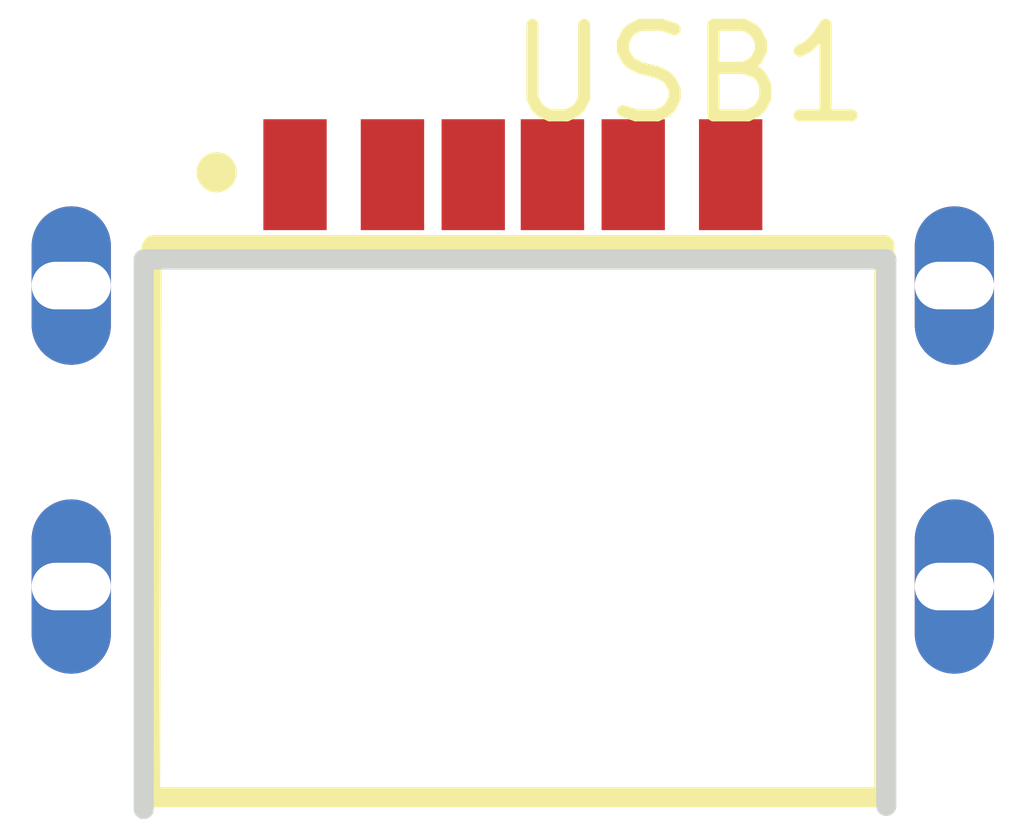
<source format=kicad_pcb>
(kicad_pcb (version 20221018) (generator pcbnew)
  (layers (0 "F.Cu" signal) (31 "B.Cu" signal) (34 "B.Paste" user) (35 "F.Paste" user) (36 "B.SilkS" user "B.Silkscreen") (37 "F.SilkS" user "F.Silkscreen") (38 "B.Mask" user) (39 "F.Mask" user) (44 "Edge.Cuts" user))
  (net 0 "")
  (footprint "easyeda:USB-C-SMD_TYC-252D-CB160" (layer "F.Cu") (at 12.7 12.7)
    (fp_text reference "USB1" (at -0.125 -3.87) (layer "F.SilkS") (effects (font (size 1.143 1.143) (thickness 0.152)) (justify left)))
    (fp_text value "USB-C-SMD_TYC-252D-CB160" hide)
    (fp_line (start -4.58 5.26) (end -4.56 -1.68) (stroke (width 0.254)) (layer "F.SilkS"))
    (fp_line (start -4.54 -1.71) (end 4.69 -1.71) (stroke (width 0.254)) (layer "F.SilkS"))
    (fp_line (start 4.69 -1.71) (end 4.69 5.26) (stroke (width 0.254)) (layer "F.SilkS"))
    (fp_line (start 4.69 5.26) (end -4.58 5.26) (stroke (width 0.254)) (layer "F.SilkS"))
    (fp_circle (center -3.74 -2.63) (end -3.613 -2.63) (stroke (width 0.254)) (fill none) (layer "F.SilkS"))
    (fp_line (start -4.66 -1.53) (end -4.66 5.41) (stroke (width 0.254)) (layer "Edge.Cuts"))
    (fp_line (start -4.455 -1.53) (end -4.66 -1.53) (stroke (width 0.254)) (layer "Edge.Cuts"))
    (fp_line (start -4.455 -1.53) (end 4.715 -1.53) (stroke (width 0.254)) (layer "Edge.Cuts"))
    (fp_line (start 4.715 -1.53) (end 4.715 5.37) (stroke (width 0.254)) (layer "Edge.Cuts"))
    (pad "7" thru_hole oval (at -5.575 -1.2 90) (size 2 1) (drill oval 0.6 1.6) (layers "*.Cu" "*.Paste" "*.Mask"))
    (pad "7" thru_hole oval (at -5.575 2.6 90) (size 2.2 1) (drill oval 0.6 1.8) (layers "*.Cu" "*.Paste" "*.Mask"))
    (pad "8" thru_hole oval (at 5.575 -1.2 90) (size 2 1) (drill oval 0.6 1.6) (layers "*.Cu" "*.Paste" "*.Mask"))
    (pad "8" thru_hole oval (at 5.575 2.6 90) (size 2.2 1) (drill oval 0.6 1.8) (layers "*.Cu" "*.Paste" "*.Mask"))
    (pad "A5" smd rect (at -0.5 -2.6) (size 0.8 1.4) (layers "F.Cu" "F.Paste" "F.Mask"))
    (pad "A9" smd rect (at 1.52 -2.6) (size 0.8 1.4) (layers "F.Cu" "F.Paste" "F.Mask"))
    (pad "A12" smd rect (at 2.75 -2.6) (size 0.8 1.4) (layers "F.Cu" "F.Paste" "F.Mask"))
    (pad "B5" smd rect (at 0.5 -2.6) (size 0.8 1.4) (layers "F.Cu" "F.Paste" "F.Mask"))
    (pad "B9" smd rect (at -1.52 -2.6) (size 0.8 1.4) (layers "F.Cu" "F.Paste" "F.Mask"))
    (pad "B12" smd rect (at -2.75 -2.6) (size 0.8 1.4) (layers "F.Cu" "F.Paste" "F.Mask"))
  )
)
</source>
